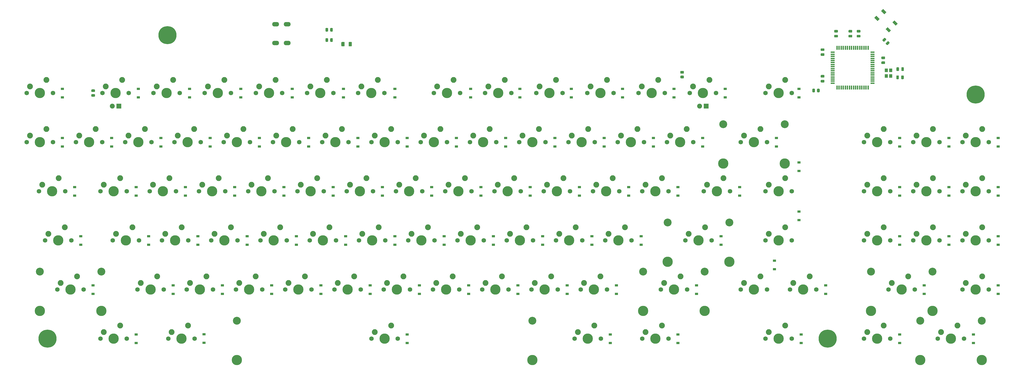
<source format=gbs>
G04 #@! TF.GenerationSoftware,KiCad,Pcbnew,5.1.9*
G04 #@! TF.CreationDate,2021-03-26T15:39:31-04:00*
G04 #@! TF.ProjectId,EKS-1k,454b532d-316b-42e6-9b69-6361645f7063,rev?*
G04 #@! TF.SameCoordinates,Original*
G04 #@! TF.FileFunction,Soldermask,Bot*
G04 #@! TF.FilePolarity,Negative*
%FSLAX46Y46*%
G04 Gerber Fmt 4.6, Leading zero omitted, Abs format (unit mm)*
G04 Created by KiCad (PCBNEW 5.1.9) date 2021-03-26 15:39:31*
%MOMM*%
%LPD*%
G01*
G04 APERTURE LIST*
%ADD10O,2.700000X1.700000*%
%ADD11C,7.000000*%
%ADD12C,1.750000*%
%ADD13R,1.905000X1.905000*%
%ADD14C,1.905000*%
%ADD15C,2.250000*%
%ADD16C,3.987800*%
%ADD17R,1.200000X1.400000*%
%ADD18R,0.550000X1.500000*%
%ADD19R,1.500000X0.550000*%
%ADD20C,0.100000*%
%ADD21C,3.048000*%
%ADD22R,1.200000X0.900000*%
G04 APERTURE END LIST*
D10*
G04 #@! TO.C,J1*
X102700000Y-7387500D03*
X102700000Y-14687500D03*
X107200000Y-14687500D03*
X107200000Y-7387500D03*
G04 #@! TD*
D11*
G04 #@! TO.C,REF4*
X316250000Y-129300000D03*
G04 #@! TD*
G04 #@! TO.C,REF2*
X373450000Y-34600000D03*
G04 #@! TD*
G04 #@! TO.C,REF3*
X14500000Y-129300000D03*
G04 #@! TD*
G04 #@! TO.C,REF1*
X60900000Y-11600000D03*
G04 #@! TD*
G04 #@! TO.C,C8*
G36*
G01*
X328681250Y-10587500D02*
X327731250Y-10587500D01*
G75*
G02*
X327481250Y-10337500I0J250000D01*
G01*
X327481250Y-9837500D01*
G75*
G02*
X327731250Y-9587500I250000J0D01*
G01*
X328681250Y-9587500D01*
G75*
G02*
X328931250Y-9837500I0J-250000D01*
G01*
X328931250Y-10337500D01*
G75*
G02*
X328681250Y-10587500I-250000J0D01*
G01*
G37*
G36*
G01*
X328681250Y-12487500D02*
X327731250Y-12487500D01*
G75*
G02*
X327481250Y-12237500I0J250000D01*
G01*
X327481250Y-11737500D01*
G75*
G02*
X327731250Y-11487500I250000J0D01*
G01*
X328681250Y-11487500D01*
G75*
G02*
X328931250Y-11737500I0J-250000D01*
G01*
X328931250Y-12237500D01*
G75*
G02*
X328681250Y-12487500I-250000J0D01*
G01*
G37*
G04 #@! TD*
D12*
G04 #@! TO.C,MX12*
X45878900Y-34056250D03*
X35718900Y-34056250D03*
D13*
X42068900Y-39136250D03*
D14*
X39528900Y-39136250D03*
D15*
X36988900Y-31516250D03*
D16*
X40798900Y-34056250D03*
D15*
X43338900Y-28976250D03*
G04 #@! TD*
G04 #@! TO.C,MX1*
X14040000Y-28976250D03*
D16*
X11500000Y-34056250D03*
D15*
X7690000Y-31516250D03*
D12*
X6420000Y-34056250D03*
X16580000Y-34056250D03*
G04 #@! TD*
D17*
G04 #@! TO.C,Y1*
X340638485Y-27472750D03*
X340638485Y-25272750D03*
X338938485Y-25272750D03*
X338938485Y-27472750D03*
G04 #@! TD*
G04 #@! TO.C,R4*
G36*
G01*
X312128000Y-33522002D02*
X312128000Y-32621998D01*
G75*
G02*
X312377998Y-32372000I249998J0D01*
G01*
X312903002Y-32372000D01*
G75*
G02*
X313153000Y-32621998I0J-249998D01*
G01*
X313153000Y-33522002D01*
G75*
G02*
X312903002Y-33772000I-249998J0D01*
G01*
X312377998Y-33772000D01*
G75*
G02*
X312128000Y-33522002I0J249998D01*
G01*
G37*
G36*
G01*
X310303000Y-33522002D02*
X310303000Y-32621998D01*
G75*
G02*
X310552998Y-32372000I249998J0D01*
G01*
X311078002Y-32372000D01*
G75*
G02*
X311328000Y-32621998I0J-249998D01*
G01*
X311328000Y-33522002D01*
G75*
G02*
X311078002Y-33772000I-249998J0D01*
G01*
X310552998Y-33772000D01*
G75*
G02*
X310303000Y-33522002I0J249998D01*
G01*
G37*
G04 #@! TD*
G04 #@! TO.C,C7*
G36*
G01*
X337256250Y-21806250D02*
X338206250Y-21806250D01*
G75*
G02*
X338456250Y-22056250I0J-250000D01*
G01*
X338456250Y-22556250D01*
G75*
G02*
X338206250Y-22806250I-250000J0D01*
G01*
X337256250Y-22806250D01*
G75*
G02*
X337006250Y-22556250I0J250000D01*
G01*
X337006250Y-22056250D01*
G75*
G02*
X337256250Y-21806250I250000J0D01*
G01*
G37*
G36*
G01*
X337256250Y-19906250D02*
X338206250Y-19906250D01*
G75*
G02*
X338456250Y-20156250I0J-250000D01*
G01*
X338456250Y-20656250D01*
G75*
G02*
X338206250Y-20906250I-250000J0D01*
G01*
X337256250Y-20906250D01*
G75*
G02*
X337006250Y-20656250I0J250000D01*
G01*
X337006250Y-20156250D01*
G75*
G02*
X337256250Y-19906250I250000J0D01*
G01*
G37*
G04 #@! TD*
G04 #@! TO.C,C6*
G36*
G01*
X313793000Y-18631250D02*
X314743000Y-18631250D01*
G75*
G02*
X314993000Y-18881250I0J-250000D01*
G01*
X314993000Y-19381250D01*
G75*
G02*
X314743000Y-19631250I-250000J0D01*
G01*
X313793000Y-19631250D01*
G75*
G02*
X313543000Y-19381250I0J250000D01*
G01*
X313543000Y-18881250D01*
G75*
G02*
X313793000Y-18631250I250000J0D01*
G01*
G37*
G36*
G01*
X313793000Y-16731250D02*
X314743000Y-16731250D01*
G75*
G02*
X314993000Y-16981250I0J-250000D01*
G01*
X314993000Y-17481250D01*
G75*
G02*
X314743000Y-17731250I-250000J0D01*
G01*
X313793000Y-17731250D01*
G75*
G02*
X313543000Y-17481250I0J250000D01*
G01*
X313543000Y-16981250D01*
G75*
G02*
X313793000Y-16731250I250000J0D01*
G01*
G37*
G04 #@! TD*
G04 #@! TO.C,C5*
G36*
G01*
X314743000Y-28050000D02*
X313793000Y-28050000D01*
G75*
G02*
X313543000Y-27800000I0J250000D01*
G01*
X313543000Y-27300000D01*
G75*
G02*
X313793000Y-27050000I250000J0D01*
G01*
X314743000Y-27050000D01*
G75*
G02*
X314993000Y-27300000I0J-250000D01*
G01*
X314993000Y-27800000D01*
G75*
G02*
X314743000Y-28050000I-250000J0D01*
G01*
G37*
G36*
G01*
X314743000Y-29950000D02*
X313793000Y-29950000D01*
G75*
G02*
X313543000Y-29700000I0J250000D01*
G01*
X313543000Y-29200000D01*
G75*
G02*
X313793000Y-28950000I250000J0D01*
G01*
X314743000Y-28950000D01*
G75*
G02*
X314993000Y-29200000I0J-250000D01*
G01*
X314993000Y-29700000D01*
G75*
G02*
X314743000Y-29950000I-250000J0D01*
G01*
G37*
G04 #@! TD*
G04 #@! TO.C,C4*
G36*
G01*
X319000000Y-11487500D02*
X319950000Y-11487500D01*
G75*
G02*
X320200000Y-11737500I0J-250000D01*
G01*
X320200000Y-12237500D01*
G75*
G02*
X319950000Y-12487500I-250000J0D01*
G01*
X319000000Y-12487500D01*
G75*
G02*
X318750000Y-12237500I0J250000D01*
G01*
X318750000Y-11737500D01*
G75*
G02*
X319000000Y-11487500I250000J0D01*
G01*
G37*
G36*
G01*
X319000000Y-9587500D02*
X319950000Y-9587500D01*
G75*
G02*
X320200000Y-9837500I0J-250000D01*
G01*
X320200000Y-10337500D01*
G75*
G02*
X319950000Y-10587500I-250000J0D01*
G01*
X319000000Y-10587500D01*
G75*
G02*
X318750000Y-10337500I0J250000D01*
G01*
X318750000Y-9837500D01*
G75*
G02*
X319000000Y-9587500I250000J0D01*
G01*
G37*
G04 #@! TD*
G04 #@! TO.C,C3*
G36*
G01*
X325506250Y-10587500D02*
X324556250Y-10587500D01*
G75*
G02*
X324306250Y-10337500I0J250000D01*
G01*
X324306250Y-9837500D01*
G75*
G02*
X324556250Y-9587500I250000J0D01*
G01*
X325506250Y-9587500D01*
G75*
G02*
X325756250Y-9837500I0J-250000D01*
G01*
X325756250Y-10337500D01*
G75*
G02*
X325506250Y-10587500I-250000J0D01*
G01*
G37*
G36*
G01*
X325506250Y-12487500D02*
X324556250Y-12487500D01*
G75*
G02*
X324306250Y-12237500I0J250000D01*
G01*
X324306250Y-11737500D01*
G75*
G02*
X324556250Y-11487500I250000J0D01*
G01*
X325506250Y-11487500D01*
G75*
G02*
X325756250Y-11737500I0J-250000D01*
G01*
X325756250Y-12237500D01*
G75*
G02*
X325506250Y-12487500I-250000J0D01*
G01*
G37*
G04 #@! TD*
G04 #@! TO.C,C2*
G36*
G01*
X344728613Y-25260250D02*
X344728613Y-24310250D01*
G75*
G02*
X344978613Y-24060250I250000J0D01*
G01*
X345478613Y-24060250D01*
G75*
G02*
X345728613Y-24310250I0J-250000D01*
G01*
X345728613Y-25260250D01*
G75*
G02*
X345478613Y-25510250I-250000J0D01*
G01*
X344978613Y-25510250D01*
G75*
G02*
X344728613Y-25260250I0J250000D01*
G01*
G37*
G36*
G01*
X342828613Y-25260250D02*
X342828613Y-24310250D01*
G75*
G02*
X343078613Y-24060250I250000J0D01*
G01*
X343578613Y-24060250D01*
G75*
G02*
X343828613Y-24310250I0J-250000D01*
G01*
X343828613Y-25260250D01*
G75*
G02*
X343578613Y-25510250I-250000J0D01*
G01*
X343078613Y-25510250D01*
G75*
G02*
X342828613Y-25260250I0J250000D01*
G01*
G37*
G04 #@! TD*
G04 #@! TO.C,C1*
G36*
G01*
X344690000Y-28435250D02*
X344690000Y-27485250D01*
G75*
G02*
X344940000Y-27235250I250000J0D01*
G01*
X345440000Y-27235250D01*
G75*
G02*
X345690000Y-27485250I0J-250000D01*
G01*
X345690000Y-28435250D01*
G75*
G02*
X345440000Y-28685250I-250000J0D01*
G01*
X344940000Y-28685250D01*
G75*
G02*
X344690000Y-28435250I0J250000D01*
G01*
G37*
G36*
G01*
X342790000Y-28435250D02*
X342790000Y-27485250D01*
G75*
G02*
X343040000Y-27235250I250000J0D01*
G01*
X343540000Y-27235250D01*
G75*
G02*
X343790000Y-27485250I0J-250000D01*
G01*
X343790000Y-28435250D01*
G75*
G02*
X343540000Y-28685250I-250000J0D01*
G01*
X343040000Y-28685250D01*
G75*
G02*
X342790000Y-28435250I0J250000D01*
G01*
G37*
G04 #@! TD*
D18*
G04 #@! TO.C,U1*
X319872585Y-16529288D03*
X320672585Y-16529288D03*
X321472585Y-16529288D03*
X322272585Y-16529288D03*
X323072585Y-16529288D03*
X323872585Y-16529288D03*
X324672585Y-16529288D03*
X325472585Y-16529288D03*
X326272585Y-16529288D03*
X327072585Y-16529288D03*
X327872585Y-16529288D03*
X328672585Y-16529288D03*
X329472585Y-16529288D03*
X330272585Y-16529288D03*
X331072585Y-16529288D03*
X331872585Y-16529288D03*
D19*
X333572585Y-18229288D03*
X333572585Y-19029288D03*
X333572585Y-19829288D03*
X333572585Y-20629288D03*
X333572585Y-21429288D03*
X333572585Y-22229288D03*
X333572585Y-23029288D03*
X333572585Y-23829288D03*
X333572585Y-24629288D03*
X333572585Y-25429288D03*
X333572585Y-26229288D03*
X333572585Y-27029288D03*
X333572585Y-27829288D03*
X333572585Y-28629288D03*
X333572585Y-29429288D03*
X333572585Y-30229288D03*
D18*
X331872585Y-31929288D03*
X331072585Y-31929288D03*
X330272585Y-31929288D03*
X329472585Y-31929288D03*
X328672585Y-31929288D03*
X327872585Y-31929288D03*
X327072585Y-31929288D03*
X326272585Y-31929288D03*
X325472585Y-31929288D03*
X324672585Y-31929288D03*
X323872585Y-31929288D03*
X323072585Y-31929288D03*
X322272585Y-31929288D03*
X321472585Y-31929288D03*
X320672585Y-31929288D03*
X319872585Y-31929288D03*
D19*
X318172585Y-30229288D03*
X318172585Y-29429288D03*
X318172585Y-28629288D03*
X318172585Y-27829288D03*
X318172585Y-27029288D03*
X318172585Y-26229288D03*
X318172585Y-25429288D03*
X318172585Y-24629288D03*
X318172585Y-23829288D03*
X318172585Y-23029288D03*
X318172585Y-22229288D03*
X318172585Y-21429288D03*
X318172585Y-20629288D03*
X318172585Y-19829288D03*
X318172585Y-19029288D03*
X318172585Y-18229288D03*
G04 #@! TD*
D20*
G04 #@! TO.C,SW1*
G36*
X341310874Y-6605396D02*
G01*
X342088692Y-5827578D01*
X343361484Y-7100370D01*
X342583666Y-7878188D01*
X341310874Y-6605396D01*
G37*
G36*
X334310516Y-4837630D02*
G01*
X335088334Y-4059812D01*
X336361126Y-5332604D01*
X335583308Y-6110422D01*
X334310516Y-4837630D01*
G37*
G36*
X338694578Y-9221692D02*
G01*
X339472396Y-8443874D01*
X340745188Y-9716666D01*
X339967370Y-10494484D01*
X338694578Y-9221692D01*
G37*
G36*
X336926812Y-2221334D02*
G01*
X337704630Y-1443516D01*
X338977422Y-2716308D01*
X338199604Y-3494126D01*
X336926812Y-2221334D01*
G37*
G04 #@! TD*
G04 #@! TO.C,R6*
G36*
G01*
X260393752Y-26512500D02*
X259493748Y-26512500D01*
G75*
G02*
X259243750Y-26262502I0J249998D01*
G01*
X259243750Y-25737498D01*
G75*
G02*
X259493748Y-25487500I249998J0D01*
G01*
X260393752Y-25487500D01*
G75*
G02*
X260643750Y-25737498I0J-249998D01*
G01*
X260643750Y-26262502D01*
G75*
G02*
X260393752Y-26512500I-249998J0D01*
G01*
G37*
G36*
G01*
X260393752Y-28337500D02*
X259493748Y-28337500D01*
G75*
G02*
X259243750Y-28087502I0J249998D01*
G01*
X259243750Y-27562498D01*
G75*
G02*
X259493748Y-27312500I249998J0D01*
G01*
X260393752Y-27312500D01*
G75*
G02*
X260643750Y-27562498I0J-249998D01*
G01*
X260643750Y-28087502D01*
G75*
G02*
X260393752Y-28337500I-249998J0D01*
G01*
G37*
G04 #@! TD*
G04 #@! TO.C,R5*
G36*
G01*
X32587502Y-33656250D02*
X31687498Y-33656250D01*
G75*
G02*
X31437500Y-33406252I0J249998D01*
G01*
X31437500Y-32881248D01*
G75*
G02*
X31687498Y-32631250I249998J0D01*
G01*
X32587502Y-32631250D01*
G75*
G02*
X32837500Y-32881248I0J-249998D01*
G01*
X32837500Y-33406252D01*
G75*
G02*
X32587502Y-33656250I-249998J0D01*
G01*
G37*
G36*
G01*
X32587502Y-35481250D02*
X31687498Y-35481250D01*
G75*
G02*
X31437500Y-35231252I0J249998D01*
G01*
X31437500Y-34706248D01*
G75*
G02*
X31687498Y-34456250I249998J0D01*
G01*
X32587502Y-34456250D01*
G75*
G02*
X32837500Y-34706248I0J-249998D01*
G01*
X32837500Y-35231252D01*
G75*
G02*
X32587502Y-35481250I-249998J0D01*
G01*
G37*
G04 #@! TD*
G04 #@! TO.C,R2*
G36*
G01*
X123018750Y-13043748D02*
X123018750Y-13943752D01*
G75*
G02*
X122768752Y-14193750I-249998J0D01*
G01*
X122243748Y-14193750D01*
G75*
G02*
X121993750Y-13943752I0J249998D01*
G01*
X121993750Y-13043748D01*
G75*
G02*
X122243748Y-12793750I249998J0D01*
G01*
X122768752Y-12793750D01*
G75*
G02*
X123018750Y-13043748I0J-249998D01*
G01*
G37*
G36*
G01*
X124843750Y-13043748D02*
X124843750Y-13943752D01*
G75*
G02*
X124593752Y-14193750I-249998J0D01*
G01*
X124068748Y-14193750D01*
G75*
G02*
X123818750Y-13943752I0J249998D01*
G01*
X123818750Y-13043748D01*
G75*
G02*
X124068748Y-12793750I249998J0D01*
G01*
X124593752Y-12793750D01*
G75*
G02*
X124843750Y-13043748I0J-249998D01*
G01*
G37*
G04 #@! TD*
G04 #@! TO.C,R3*
G36*
G01*
X123018750Y-9074998D02*
X123018750Y-9975002D01*
G75*
G02*
X122768752Y-10225000I-249998J0D01*
G01*
X122243748Y-10225000D01*
G75*
G02*
X121993750Y-9975002I0J249998D01*
G01*
X121993750Y-9074998D01*
G75*
G02*
X122243748Y-8825000I249998J0D01*
G01*
X122768752Y-8825000D01*
G75*
G02*
X123018750Y-9074998I0J-249998D01*
G01*
G37*
G36*
G01*
X124843750Y-9074998D02*
X124843750Y-9975002D01*
G75*
G02*
X124593752Y-10225000I-249998J0D01*
G01*
X124068748Y-10225000D01*
G75*
G02*
X123818750Y-9975002I0J249998D01*
G01*
X123818750Y-9074998D01*
G75*
G02*
X124068748Y-8825000I249998J0D01*
G01*
X124593752Y-8825000D01*
G75*
G02*
X124843750Y-9074998I0J-249998D01*
G01*
G37*
G04 #@! TD*
G04 #@! TO.C,R1*
G36*
G01*
X340130591Y-14744192D02*
X339494192Y-15380591D01*
G75*
G02*
X339140642Y-15380591I-176775J176775D01*
G01*
X338769409Y-15009358D01*
G75*
G02*
X338769409Y-14655808I176775J176775D01*
G01*
X339405808Y-14019409D01*
G75*
G02*
X339759358Y-14019409I176775J-176775D01*
G01*
X340130591Y-14390642D01*
G75*
G02*
X340130591Y-14744192I-176775J-176775D01*
G01*
G37*
G36*
G01*
X338840121Y-13453722D02*
X338203722Y-14090121D01*
G75*
G02*
X337850172Y-14090121I-176775J176775D01*
G01*
X337478939Y-13718888D01*
G75*
G02*
X337478939Y-13365338I176775J176775D01*
G01*
X338115338Y-12728939D01*
G75*
G02*
X338468888Y-12728939I176775J-176775D01*
G01*
X338840121Y-13100172D01*
G75*
G02*
X338840121Y-13453722I-176775J-176775D01*
G01*
G37*
G04 #@! TD*
D15*
G04 #@! TO.C,MX91*
X366465000Y-124226250D03*
D16*
X363925000Y-129306250D03*
D15*
X360115000Y-126766250D03*
D12*
X358845000Y-129306250D03*
X369005000Y-129306250D03*
D21*
X352018750Y-122321250D03*
X375831250Y-122321250D03*
D16*
X352018750Y-137561250D03*
X375831250Y-137561250D03*
G04 #@! TD*
D15*
G04 #@! TO.C,MX90*
X375990000Y-105176250D03*
D16*
X373450000Y-110256250D03*
D15*
X369640000Y-107716250D03*
D12*
X368370000Y-110256250D03*
X378530000Y-110256250D03*
G04 #@! TD*
D15*
G04 #@! TO.C,MX89*
X375990000Y-86126250D03*
D16*
X373450000Y-91206250D03*
D15*
X369640000Y-88666250D03*
D12*
X368370000Y-91206250D03*
X378530000Y-91206250D03*
G04 #@! TD*
D15*
G04 #@! TO.C,MX88*
X375990000Y-67076250D03*
D16*
X373450000Y-72156250D03*
D15*
X369640000Y-69616250D03*
D12*
X368370000Y-72156250D03*
X378530000Y-72156250D03*
G04 #@! TD*
D15*
G04 #@! TO.C,MX87*
X375990000Y-48026250D03*
D16*
X373450000Y-53106250D03*
D15*
X369640000Y-50566250D03*
D12*
X368370000Y-53106250D03*
X378530000Y-53106250D03*
G04 #@! TD*
D15*
G04 #@! TO.C,MX86*
X356940000Y-86126250D03*
D16*
X354400000Y-91206250D03*
D15*
X350590000Y-88666250D03*
D12*
X349320000Y-91206250D03*
X359480000Y-91206250D03*
G04 #@! TD*
D15*
G04 #@! TO.C,MX85*
X356940000Y-67076250D03*
D16*
X354400000Y-72156250D03*
D15*
X350590000Y-69616250D03*
D12*
X349320000Y-72156250D03*
X359480000Y-72156250D03*
G04 #@! TD*
D15*
G04 #@! TO.C,MX84*
X356940000Y-48026250D03*
D16*
X354400000Y-53106250D03*
D15*
X350590000Y-50566250D03*
D12*
X349320000Y-53106250D03*
X359480000Y-53106250D03*
G04 #@! TD*
D15*
G04 #@! TO.C,MX83*
X337890000Y-124226250D03*
D16*
X335350000Y-129306250D03*
D15*
X331540000Y-126766250D03*
D12*
X330270000Y-129306250D03*
X340430000Y-129306250D03*
G04 #@! TD*
D15*
G04 #@! TO.C,MX82*
X347415000Y-105176250D03*
D16*
X344875000Y-110256250D03*
D15*
X341065000Y-107716250D03*
D12*
X339795000Y-110256250D03*
X349955000Y-110256250D03*
D21*
X332968750Y-103271250D03*
X356781250Y-103271250D03*
D16*
X332968750Y-118511250D03*
X356781250Y-118511250D03*
G04 #@! TD*
D15*
G04 #@! TO.C,MX81*
X337890000Y-86126250D03*
D16*
X335350000Y-91206250D03*
D15*
X331540000Y-88666250D03*
D12*
X330270000Y-91206250D03*
X340430000Y-91206250D03*
G04 #@! TD*
D15*
G04 #@! TO.C,MX80*
X337890000Y-67076250D03*
D16*
X335350000Y-72156250D03*
D15*
X331540000Y-69616250D03*
D12*
X330270000Y-72156250D03*
X340430000Y-72156250D03*
G04 #@! TD*
D15*
G04 #@! TO.C,MX79*
X337890000Y-48026250D03*
D16*
X335350000Y-53106250D03*
D15*
X331540000Y-50566250D03*
D12*
X330270000Y-53106250D03*
X340430000Y-53106250D03*
G04 #@! TD*
D15*
G04 #@! TO.C,MX78*
X299790000Y-124226250D03*
D16*
X297250000Y-129306250D03*
D15*
X293440000Y-126766250D03*
D12*
X292170000Y-129306250D03*
X302330000Y-129306250D03*
G04 #@! TD*
D15*
G04 #@! TO.C,MX77*
X309315000Y-105176250D03*
D16*
X306775000Y-110256250D03*
D15*
X302965000Y-107716250D03*
D12*
X301695000Y-110256250D03*
X311855000Y-110256250D03*
G04 #@! TD*
D15*
G04 #@! TO.C,MX76*
X299790000Y-86126250D03*
D16*
X297250000Y-91206250D03*
D15*
X293440000Y-88666250D03*
D12*
X292170000Y-91206250D03*
X302330000Y-91206250D03*
G04 #@! TD*
D15*
G04 #@! TO.C,MX75*
X299790000Y-67076250D03*
D16*
X297250000Y-72156250D03*
D15*
X293440000Y-69616250D03*
D12*
X292170000Y-72156250D03*
X302330000Y-72156250D03*
G04 #@! TD*
D15*
G04 #@! TO.C,MX74*
X290265000Y-48026250D03*
D16*
X287725000Y-53106250D03*
D15*
X283915000Y-50566250D03*
D12*
X282645000Y-53106250D03*
X292805000Y-53106250D03*
D21*
X275818750Y-46121250D03*
X299631250Y-46121250D03*
D16*
X275818750Y-61361250D03*
X299631250Y-61361250D03*
G04 #@! TD*
D15*
G04 #@! TO.C,MX73*
X299790000Y-28976250D03*
D16*
X297250000Y-34056250D03*
D15*
X293440000Y-31516250D03*
D12*
X292170000Y-34056250D03*
X302330000Y-34056250D03*
G04 #@! TD*
D15*
G04 #@! TO.C,MX72*
X290265000Y-105176250D03*
D16*
X287725000Y-110256250D03*
D15*
X283915000Y-107716250D03*
D12*
X282645000Y-110256250D03*
X292805000Y-110256250D03*
G04 #@! TD*
D15*
G04 #@! TO.C,MX71*
X268833750Y-86126250D03*
D16*
X266293750Y-91206250D03*
D15*
X262483750Y-88666250D03*
D12*
X261213750Y-91206250D03*
X271373750Y-91206250D03*
D21*
X254387500Y-84221250D03*
X278200000Y-84221250D03*
D16*
X254387500Y-99461250D03*
X278200000Y-99461250D03*
G04 #@! TD*
D15*
G04 #@! TO.C,MX70*
X275977500Y-67076250D03*
D16*
X273437500Y-72156250D03*
D15*
X269627500Y-69616250D03*
D12*
X268357500Y-72156250D03*
X278517500Y-72156250D03*
G04 #@! TD*
D15*
G04 #@! TO.C,MX69*
X261690000Y-48026250D03*
D16*
X259150000Y-53106250D03*
D15*
X255340000Y-50566250D03*
D12*
X254070000Y-53106250D03*
X264230000Y-53106250D03*
G04 #@! TD*
G04 #@! TO.C,MX68*
X273031100Y-34056250D03*
X262871100Y-34056250D03*
D13*
X269221100Y-39136250D03*
D14*
X266681100Y-39136250D03*
D15*
X264141100Y-31516250D03*
D16*
X267951100Y-34056250D03*
D15*
X270491100Y-28976250D03*
G04 #@! TD*
G04 #@! TO.C,MX67*
X259308750Y-105176250D03*
D16*
X256768750Y-110256250D03*
D15*
X252958750Y-107716250D03*
D12*
X251688750Y-110256250D03*
X261848750Y-110256250D03*
D21*
X244862500Y-103271250D03*
X268675000Y-103271250D03*
D16*
X244862500Y-118511250D03*
X268675000Y-118511250D03*
G04 #@! TD*
D15*
G04 #@! TO.C,MX66*
X252165000Y-67076250D03*
D16*
X249625000Y-72156250D03*
D15*
X245815000Y-69616250D03*
D12*
X244545000Y-72156250D03*
X254705000Y-72156250D03*
G04 #@! TD*
D15*
G04 #@! TO.C,MX65*
X242640000Y-48026250D03*
D16*
X240100000Y-53106250D03*
D15*
X236290000Y-50566250D03*
D12*
X235020000Y-53106250D03*
X245180000Y-53106250D03*
G04 #@! TD*
D15*
G04 #@! TO.C,MX64*
X250705770Y-28976250D03*
D16*
X248165770Y-34056250D03*
D15*
X244355770Y-31516250D03*
D12*
X243085770Y-34056250D03*
X253245770Y-34056250D03*
G04 #@! TD*
D15*
G04 #@! TO.C,MX63*
X252165000Y-124226250D03*
D16*
X249625000Y-129306250D03*
D15*
X245815000Y-126766250D03*
D12*
X244545000Y-129306250D03*
X254705000Y-129306250D03*
G04 #@! TD*
D15*
G04 #@! TO.C,MX62*
X237877500Y-86126250D03*
D16*
X235337500Y-91206250D03*
D15*
X231527500Y-88666250D03*
D12*
X230257500Y-91206250D03*
X240417500Y-91206250D03*
G04 #@! TD*
D15*
G04 #@! TO.C,MX61*
X233115000Y-67076250D03*
D16*
X230575000Y-72156250D03*
D15*
X226765000Y-69616250D03*
D12*
X225495000Y-72156250D03*
X235655000Y-72156250D03*
G04 #@! TD*
D15*
G04 #@! TO.C,MX60*
X223590000Y-48026250D03*
D16*
X221050000Y-53106250D03*
D15*
X217240000Y-50566250D03*
D12*
X215970000Y-53106250D03*
X226130000Y-53106250D03*
G04 #@! TD*
D15*
G04 #@! TO.C,MX59*
X230920440Y-28976250D03*
D16*
X228380440Y-34056250D03*
D15*
X224570440Y-31516250D03*
D12*
X223300440Y-34056250D03*
X233460440Y-34056250D03*
G04 #@! TD*
D15*
G04 #@! TO.C,MX58*
X225971250Y-124226250D03*
D16*
X223431250Y-129306250D03*
D15*
X219621250Y-126766250D03*
D12*
X218351250Y-129306250D03*
X228511250Y-129306250D03*
G04 #@! TD*
D15*
G04 #@! TO.C,MX57*
X228352500Y-105176250D03*
D16*
X225812500Y-110256250D03*
D15*
X222002500Y-107716250D03*
D12*
X220732500Y-110256250D03*
X230892500Y-110256250D03*
G04 #@! TD*
D15*
G04 #@! TO.C,MX56*
X218827500Y-86126250D03*
D16*
X216287500Y-91206250D03*
D15*
X212477500Y-88666250D03*
D12*
X211207500Y-91206250D03*
X221367500Y-91206250D03*
G04 #@! TD*
D15*
G04 #@! TO.C,MX55*
X214065000Y-67076250D03*
D16*
X211525000Y-72156250D03*
D15*
X207715000Y-69616250D03*
D12*
X206445000Y-72156250D03*
X216605000Y-72156250D03*
G04 #@! TD*
D15*
G04 #@! TO.C,MX54*
X204540000Y-48026250D03*
D16*
X202000000Y-53106250D03*
D15*
X198190000Y-50566250D03*
D12*
X196920000Y-53106250D03*
X207080000Y-53106250D03*
G04 #@! TD*
D15*
G04 #@! TO.C,MX53*
X211135110Y-28976250D03*
D16*
X208595110Y-34056250D03*
D15*
X204785110Y-31516250D03*
D12*
X203515110Y-34056250D03*
X213675110Y-34056250D03*
G04 #@! TD*
D15*
G04 #@! TO.C,MX52*
X209302500Y-105176250D03*
D16*
X206762500Y-110256250D03*
D15*
X202952500Y-107716250D03*
D12*
X201682500Y-110256250D03*
X211842500Y-110256250D03*
G04 #@! TD*
D15*
G04 #@! TO.C,MX51*
X199777500Y-86126250D03*
D16*
X197237500Y-91206250D03*
D15*
X193427500Y-88666250D03*
D12*
X192157500Y-91206250D03*
X202317500Y-91206250D03*
G04 #@! TD*
D15*
G04 #@! TO.C,MX50*
X195015000Y-67076250D03*
D16*
X192475000Y-72156250D03*
D15*
X188665000Y-69616250D03*
D12*
X187395000Y-72156250D03*
X197555000Y-72156250D03*
G04 #@! TD*
D15*
G04 #@! TO.C,MX49*
X185490000Y-48026250D03*
D16*
X182950000Y-53106250D03*
D15*
X179140000Y-50566250D03*
D12*
X177870000Y-53106250D03*
X188030000Y-53106250D03*
G04 #@! TD*
D15*
G04 #@! TO.C,MX48*
X191349780Y-28976250D03*
D16*
X188809780Y-34056250D03*
D15*
X184999780Y-31516250D03*
D12*
X183729780Y-34056250D03*
X193889780Y-34056250D03*
G04 #@! TD*
D15*
G04 #@! TO.C,MX47*
X190252500Y-105176250D03*
D16*
X187712500Y-110256250D03*
D15*
X183902500Y-107716250D03*
D12*
X182632500Y-110256250D03*
X192792500Y-110256250D03*
G04 #@! TD*
D15*
G04 #@! TO.C,MX46*
X180727500Y-86126250D03*
D16*
X178187500Y-91206250D03*
D15*
X174377500Y-88666250D03*
D12*
X173107500Y-91206250D03*
X183267500Y-91206250D03*
G04 #@! TD*
D15*
G04 #@! TO.C,MX45*
X175965000Y-67076250D03*
D16*
X173425000Y-72156250D03*
D15*
X169615000Y-69616250D03*
D12*
X168345000Y-72156250D03*
X178505000Y-72156250D03*
G04 #@! TD*
D15*
G04 #@! TO.C,MX44*
X166440000Y-48026250D03*
D16*
X163900000Y-53106250D03*
D15*
X160090000Y-50566250D03*
D12*
X158820000Y-53106250D03*
X168980000Y-53106250D03*
G04 #@! TD*
D15*
G04 #@! TO.C,MX43*
X171564450Y-28976250D03*
D16*
X169024450Y-34056250D03*
D15*
X165214450Y-31516250D03*
D12*
X163944450Y-34056250D03*
X174104450Y-34056250D03*
G04 #@! TD*
D15*
G04 #@! TO.C,MX42*
X171202500Y-105176250D03*
D16*
X168662500Y-110256250D03*
D15*
X164852500Y-107716250D03*
D12*
X163582500Y-110256250D03*
X173742500Y-110256250D03*
G04 #@! TD*
D15*
G04 #@! TO.C,MX41*
X161677500Y-86126250D03*
D16*
X159137500Y-91206250D03*
D15*
X155327500Y-88666250D03*
D12*
X154057500Y-91206250D03*
X164217500Y-91206250D03*
G04 #@! TD*
D15*
G04 #@! TO.C,MX40*
X156915000Y-67076250D03*
D16*
X154375000Y-72156250D03*
D15*
X150565000Y-69616250D03*
D12*
X149295000Y-72156250D03*
X159455000Y-72156250D03*
G04 #@! TD*
D15*
G04 #@! TO.C,MX39*
X147390000Y-48026250D03*
D16*
X144850000Y-53106250D03*
D15*
X141040000Y-50566250D03*
D12*
X139770000Y-53106250D03*
X149930000Y-53106250D03*
G04 #@! TD*
D15*
G04 #@! TO.C,MX38*
X142265550Y-28976250D03*
D16*
X139725550Y-34056250D03*
D15*
X135915550Y-31516250D03*
D12*
X134645550Y-34056250D03*
X144805550Y-34056250D03*
G04 #@! TD*
D15*
G04 #@! TO.C,MX37*
X147390000Y-124226250D03*
D16*
X144850000Y-129306250D03*
D15*
X141040000Y-126766250D03*
D12*
X139770000Y-129306250D03*
X149930000Y-129306250D03*
D21*
X87700000Y-122321250D03*
X202000000Y-122321250D03*
D16*
X87700000Y-137561250D03*
X202000000Y-137561250D03*
G04 #@! TD*
D15*
G04 #@! TO.C,MX36*
X152152500Y-105176250D03*
D16*
X149612500Y-110256250D03*
D15*
X145802500Y-107716250D03*
D12*
X144532500Y-110256250D03*
X154692500Y-110256250D03*
G04 #@! TD*
D15*
G04 #@! TO.C,MX35*
X142627500Y-86126250D03*
D16*
X140087500Y-91206250D03*
D15*
X136277500Y-88666250D03*
D12*
X135007500Y-91206250D03*
X145167500Y-91206250D03*
G04 #@! TD*
D15*
G04 #@! TO.C,MX34*
X137865000Y-67076250D03*
D16*
X135325000Y-72156250D03*
D15*
X131515000Y-69616250D03*
D12*
X130245000Y-72156250D03*
X140405000Y-72156250D03*
G04 #@! TD*
D15*
G04 #@! TO.C,MX33*
X128340000Y-48026250D03*
D16*
X125800000Y-53106250D03*
D15*
X121990000Y-50566250D03*
D12*
X120720000Y-53106250D03*
X130880000Y-53106250D03*
G04 #@! TD*
D15*
G04 #@! TO.C,MX32*
X122480220Y-28976250D03*
D16*
X119940220Y-34056250D03*
D15*
X116130220Y-31516250D03*
D12*
X114860220Y-34056250D03*
X125020220Y-34056250D03*
G04 #@! TD*
D15*
G04 #@! TO.C,MX31*
X133102500Y-105176250D03*
D16*
X130562500Y-110256250D03*
D15*
X126752500Y-107716250D03*
D12*
X125482500Y-110256250D03*
X135642500Y-110256250D03*
G04 #@! TD*
D15*
G04 #@! TO.C,MX30*
X123577500Y-86126250D03*
D16*
X121037500Y-91206250D03*
D15*
X117227500Y-88666250D03*
D12*
X115957500Y-91206250D03*
X126117500Y-91206250D03*
G04 #@! TD*
D15*
G04 #@! TO.C,MX29*
X118815000Y-67076250D03*
D16*
X116275000Y-72156250D03*
D15*
X112465000Y-69616250D03*
D12*
X111195000Y-72156250D03*
X121355000Y-72156250D03*
G04 #@! TD*
D15*
G04 #@! TO.C,MX28*
X109290000Y-48026250D03*
D16*
X106750000Y-53106250D03*
D15*
X102940000Y-50566250D03*
D12*
X101670000Y-53106250D03*
X111830000Y-53106250D03*
G04 #@! TD*
D15*
G04 #@! TO.C,MX27*
X102694890Y-28976250D03*
D16*
X100154890Y-34056250D03*
D15*
X96344890Y-31516250D03*
D12*
X95074890Y-34056250D03*
X105234890Y-34056250D03*
G04 #@! TD*
D15*
G04 #@! TO.C,MX26*
X114052500Y-105176250D03*
D16*
X111512500Y-110256250D03*
D15*
X107702500Y-107716250D03*
D12*
X106432500Y-110256250D03*
X116592500Y-110256250D03*
G04 #@! TD*
D15*
G04 #@! TO.C,MX25*
X104527500Y-86126250D03*
D16*
X101987500Y-91206250D03*
D15*
X98177500Y-88666250D03*
D12*
X96907500Y-91206250D03*
X107067500Y-91206250D03*
G04 #@! TD*
D15*
G04 #@! TO.C,MX24*
X99765000Y-67076250D03*
D16*
X97225000Y-72156250D03*
D15*
X93415000Y-69616250D03*
D12*
X92145000Y-72156250D03*
X102305000Y-72156250D03*
G04 #@! TD*
D15*
G04 #@! TO.C,MX23*
X90240000Y-48026250D03*
D16*
X87700000Y-53106250D03*
D15*
X83890000Y-50566250D03*
D12*
X82620000Y-53106250D03*
X92780000Y-53106250D03*
G04 #@! TD*
D15*
G04 #@! TO.C,MX22*
X82909560Y-28976250D03*
D16*
X80369560Y-34056250D03*
D15*
X76559560Y-31516250D03*
D12*
X75289560Y-34056250D03*
X85449560Y-34056250D03*
G04 #@! TD*
D15*
G04 #@! TO.C,MX21*
X95002500Y-105176250D03*
D16*
X92462500Y-110256250D03*
D15*
X88652500Y-107716250D03*
D12*
X87382500Y-110256250D03*
X97542500Y-110256250D03*
G04 #@! TD*
D15*
G04 #@! TO.C,MX20*
X85477500Y-86126250D03*
D16*
X82937500Y-91206250D03*
D15*
X79127500Y-88666250D03*
D12*
X77857500Y-91206250D03*
X88017500Y-91206250D03*
G04 #@! TD*
D15*
G04 #@! TO.C,MX19*
X80715000Y-67076250D03*
D16*
X78175000Y-72156250D03*
D15*
X74365000Y-69616250D03*
D12*
X73095000Y-72156250D03*
X83255000Y-72156250D03*
G04 #@! TD*
D15*
G04 #@! TO.C,MX18*
X71190000Y-48026250D03*
D16*
X68650000Y-53106250D03*
D15*
X64840000Y-50566250D03*
D12*
X63570000Y-53106250D03*
X73730000Y-53106250D03*
G04 #@! TD*
D15*
G04 #@! TO.C,MX17*
X63124230Y-28976250D03*
D16*
X60584230Y-34056250D03*
D15*
X56774230Y-31516250D03*
D12*
X55504230Y-34056250D03*
X65664230Y-34056250D03*
G04 #@! TD*
D15*
G04 #@! TO.C,MX16*
X75952500Y-105176250D03*
D16*
X73412500Y-110256250D03*
D15*
X69602500Y-107716250D03*
D12*
X68332500Y-110256250D03*
X78492500Y-110256250D03*
G04 #@! TD*
D15*
G04 #@! TO.C,MX15*
X66427500Y-86126250D03*
D16*
X63887500Y-91206250D03*
D15*
X60077500Y-88666250D03*
D12*
X58807500Y-91206250D03*
X68967500Y-91206250D03*
G04 #@! TD*
D15*
G04 #@! TO.C,MX14*
X61665000Y-67076250D03*
D16*
X59125000Y-72156250D03*
D15*
X55315000Y-69616250D03*
D12*
X54045000Y-72156250D03*
X64205000Y-72156250D03*
G04 #@! TD*
D15*
G04 #@! TO.C,MX13*
X52140000Y-48026250D03*
D16*
X49600000Y-53106250D03*
D15*
X45790000Y-50566250D03*
D12*
X44520000Y-53106250D03*
X54680000Y-53106250D03*
G04 #@! TD*
D15*
G04 #@! TO.C,MX11*
X68808750Y-124226250D03*
D16*
X66268750Y-129306250D03*
D15*
X62458750Y-126766250D03*
D12*
X61188750Y-129306250D03*
X71348750Y-129306250D03*
G04 #@! TD*
D15*
G04 #@! TO.C,MX10*
X56902500Y-105176250D03*
D16*
X54362500Y-110256250D03*
D15*
X50552500Y-107716250D03*
D12*
X49282500Y-110256250D03*
X59442500Y-110256250D03*
G04 #@! TD*
D15*
G04 #@! TO.C,MX9*
X47377500Y-86126250D03*
D16*
X44837500Y-91206250D03*
D15*
X41027500Y-88666250D03*
D12*
X39757500Y-91206250D03*
X49917500Y-91206250D03*
G04 #@! TD*
D15*
G04 #@! TO.C,MX8*
X42615000Y-67076250D03*
D16*
X40075000Y-72156250D03*
D15*
X36265000Y-69616250D03*
D12*
X34995000Y-72156250D03*
X45155000Y-72156250D03*
G04 #@! TD*
D15*
G04 #@! TO.C,MX7*
X33090000Y-48026250D03*
D16*
X30550000Y-53106250D03*
D15*
X26740000Y-50566250D03*
D12*
X25470000Y-53106250D03*
X35630000Y-53106250D03*
G04 #@! TD*
D15*
G04 #@! TO.C,MX6*
X42615000Y-124226250D03*
D16*
X40075000Y-129306250D03*
D15*
X36265000Y-126766250D03*
D12*
X34995000Y-129306250D03*
X45155000Y-129306250D03*
G04 #@! TD*
D15*
G04 #@! TO.C,MX5*
X25946250Y-105176250D03*
D16*
X23406250Y-110256250D03*
D15*
X19596250Y-107716250D03*
D12*
X18326250Y-110256250D03*
X28486250Y-110256250D03*
D21*
X11500000Y-103271250D03*
X35312500Y-103271250D03*
D16*
X11500000Y-118511250D03*
X35312500Y-118511250D03*
G04 #@! TD*
D15*
G04 #@! TO.C,MX4*
X21183750Y-86126250D03*
D16*
X18643750Y-91206250D03*
D15*
X14833750Y-88666250D03*
D12*
X13563750Y-91206250D03*
X23723750Y-91206250D03*
G04 #@! TD*
D15*
G04 #@! TO.C,MX3*
X18802500Y-67076250D03*
D16*
X16262500Y-72156250D03*
D15*
X12452500Y-69616250D03*
D12*
X11182500Y-72156250D03*
X21342500Y-72156250D03*
G04 #@! TD*
D15*
G04 #@! TO.C,MX2*
X14040000Y-48026250D03*
D16*
X11500000Y-53106250D03*
D15*
X7690000Y-50566250D03*
D12*
X6420000Y-53106250D03*
X16580000Y-53106250D03*
G04 #@! TD*
G04 #@! TO.C,F1*
G36*
G01*
X129400000Y-14456250D02*
X129400000Y-15706250D01*
G75*
G02*
X129150000Y-15956250I-250000J0D01*
G01*
X128400000Y-15956250D01*
G75*
G02*
X128150000Y-15706250I0J250000D01*
G01*
X128150000Y-14456250D01*
G75*
G02*
X128400000Y-14206250I250000J0D01*
G01*
X129150000Y-14206250D01*
G75*
G02*
X129400000Y-14456250I0J-250000D01*
G01*
G37*
G36*
G01*
X132200000Y-14456250D02*
X132200000Y-15706250D01*
G75*
G02*
X131950000Y-15956250I-250000J0D01*
G01*
X131200000Y-15956250D01*
G75*
G02*
X130950000Y-15706250I0J250000D01*
G01*
X130950000Y-14456250D01*
G75*
G02*
X131200000Y-14206250I250000J0D01*
G01*
X131950000Y-14206250D01*
G75*
G02*
X132200000Y-14456250I0J-250000D01*
G01*
G37*
G04 #@! TD*
D22*
G04 #@! TO.C,D91*
X372656250Y-127656250D03*
X372656250Y-130956250D03*
G04 #@! TD*
G04 #@! TO.C,D90*
X382181250Y-108606250D03*
X382181250Y-111906250D03*
G04 #@! TD*
G04 #@! TO.C,D89*
X382181250Y-89556250D03*
X382181250Y-92856250D03*
G04 #@! TD*
G04 #@! TO.C,D88*
X382181250Y-70506250D03*
X382181250Y-73806250D03*
G04 #@! TD*
G04 #@! TO.C,D87*
X382181250Y-51456250D03*
X382181250Y-54756250D03*
G04 #@! TD*
G04 #@! TO.C,D86*
X363131250Y-89556250D03*
X363131250Y-92856250D03*
G04 #@! TD*
G04 #@! TO.C,D85*
X363131250Y-70506250D03*
X363131250Y-73806250D03*
G04 #@! TD*
G04 #@! TO.C,D84*
X363131250Y-51456250D03*
X363131250Y-54756250D03*
G04 #@! TD*
G04 #@! TO.C,D83*
X344081250Y-127656250D03*
X344081250Y-130956250D03*
G04 #@! TD*
G04 #@! TO.C,D82*
X353606250Y-108606250D03*
X353606250Y-111906250D03*
G04 #@! TD*
G04 #@! TO.C,D81*
X344081250Y-89556250D03*
X344081250Y-92856250D03*
G04 #@! TD*
G04 #@! TO.C,D80*
X344081250Y-70506250D03*
X344081250Y-73806250D03*
G04 #@! TD*
G04 #@! TO.C,D79*
X344081250Y-51456250D03*
X344081250Y-54756250D03*
G04 #@! TD*
G04 #@! TO.C,D78*
X305981250Y-127656250D03*
X305981250Y-130956250D03*
G04 #@! TD*
G04 #@! TO.C,D77*
X315506250Y-108606250D03*
X315506250Y-111906250D03*
G04 #@! TD*
G04 #@! TO.C,D76*
X305187500Y-83331250D03*
X305187500Y-80031250D03*
G04 #@! TD*
G04 #@! TO.C,D75*
X305187500Y-64281250D03*
X305187500Y-60981250D03*
G04 #@! TD*
G04 #@! TO.C,D74*
X296456250Y-51456250D03*
X296456250Y-54756250D03*
G04 #@! TD*
G04 #@! TO.C,D73*
X305187500Y-32406250D03*
X305187500Y-35706250D03*
G04 #@! TD*
G04 #@! TO.C,D72*
X295662500Y-102381250D03*
X295662500Y-99081250D03*
G04 #@! TD*
G04 #@! TO.C,D71*
X275025000Y-89556250D03*
X275025000Y-92856250D03*
G04 #@! TD*
G04 #@! TO.C,D70*
X282168750Y-70506250D03*
X282168750Y-73806250D03*
G04 #@! TD*
G04 #@! TO.C,D69*
X267881250Y-51456250D03*
X267881250Y-54756250D03*
G04 #@! TD*
G04 #@! TO.C,D68*
X276612500Y-32406250D03*
X276612500Y-35706250D03*
G04 #@! TD*
G04 #@! TO.C,D67*
X265500000Y-108606250D03*
X265500000Y-111906250D03*
G04 #@! TD*
G04 #@! TO.C,D66*
X258356250Y-70506250D03*
X258356250Y-73806250D03*
G04 #@! TD*
G04 #@! TO.C,D65*
X248831250Y-51456250D03*
X248831250Y-54756250D03*
G04 #@! TD*
G04 #@! TO.C,D64*
X256768750Y-32406250D03*
X256768750Y-35706250D03*
G04 #@! TD*
G04 #@! TO.C,D63*
X258356250Y-127656250D03*
X258356250Y-130956250D03*
G04 #@! TD*
G04 #@! TO.C,D62*
X244068750Y-89556250D03*
X244068750Y-92856250D03*
G04 #@! TD*
G04 #@! TO.C,D61*
X239306250Y-70506250D03*
X239306250Y-73806250D03*
G04 #@! TD*
G04 #@! TO.C,D60*
X229781250Y-51456250D03*
X229781250Y-54756250D03*
G04 #@! TD*
G04 #@! TO.C,D59*
X236925000Y-32406250D03*
X236925000Y-35706250D03*
G04 #@! TD*
G04 #@! TO.C,D58*
X232162500Y-127656250D03*
X232162500Y-130956250D03*
G04 #@! TD*
G04 #@! TO.C,D57*
X234543750Y-108606250D03*
X234543750Y-111906250D03*
G04 #@! TD*
G04 #@! TO.C,D56*
X225018750Y-89556250D03*
X225018750Y-92856250D03*
G04 #@! TD*
G04 #@! TO.C,D55*
X220256250Y-70506250D03*
X220256250Y-73806250D03*
G04 #@! TD*
G04 #@! TO.C,D54*
X210731250Y-51456250D03*
X210731250Y-54756250D03*
G04 #@! TD*
G04 #@! TO.C,D53*
X217081250Y-32406250D03*
X217081250Y-35706250D03*
G04 #@! TD*
G04 #@! TO.C,D52*
X215493750Y-108606250D03*
X215493750Y-111906250D03*
G04 #@! TD*
G04 #@! TO.C,D51*
X205968750Y-89556250D03*
X205968750Y-92856250D03*
G04 #@! TD*
G04 #@! TO.C,D50*
X201206250Y-70506250D03*
X201206250Y-73806250D03*
G04 #@! TD*
G04 #@! TO.C,D49*
X191681250Y-51456250D03*
X191681250Y-54756250D03*
G04 #@! TD*
G04 #@! TO.C,D48*
X197237500Y-32406250D03*
X197237500Y-35706250D03*
G04 #@! TD*
G04 #@! TO.C,D47*
X196443750Y-108606250D03*
X196443750Y-111906250D03*
G04 #@! TD*
G04 #@! TO.C,D46*
X186918750Y-89556250D03*
X186918750Y-92856250D03*
G04 #@! TD*
G04 #@! TO.C,D45*
X182156250Y-70506250D03*
X182156250Y-73806250D03*
G04 #@! TD*
G04 #@! TO.C,D44*
X172631250Y-51456250D03*
X172631250Y-54756250D03*
G04 #@! TD*
G04 #@! TO.C,D43*
X178187500Y-32406250D03*
X178187500Y-35706250D03*
G04 #@! TD*
G04 #@! TO.C,D42*
X177393750Y-108606250D03*
X177393750Y-111906250D03*
G04 #@! TD*
G04 #@! TO.C,D41*
X167868750Y-89556250D03*
X167868750Y-92856250D03*
G04 #@! TD*
G04 #@! TO.C,D40*
X163106250Y-70506250D03*
X163106250Y-73806250D03*
G04 #@! TD*
G04 #@! TO.C,D39*
X153581250Y-51456250D03*
X153581250Y-54756250D03*
G04 #@! TD*
G04 #@! TO.C,D38*
X148818750Y-32406250D03*
X148818750Y-35706250D03*
G04 #@! TD*
G04 #@! TO.C,D37*
X153581250Y-127656250D03*
X153581250Y-130956250D03*
G04 #@! TD*
G04 #@! TO.C,D36*
X158343750Y-108606250D03*
X158343750Y-111906250D03*
G04 #@! TD*
G04 #@! TO.C,D35*
X148818750Y-89556250D03*
X148818750Y-92856250D03*
G04 #@! TD*
G04 #@! TO.C,D34*
X144056250Y-70506250D03*
X144056250Y-73806250D03*
G04 #@! TD*
G04 #@! TO.C,D33*
X134531250Y-51456250D03*
X134531250Y-54756250D03*
G04 #@! TD*
G04 #@! TO.C,D32*
X128975000Y-32406250D03*
X128975000Y-35706250D03*
G04 #@! TD*
G04 #@! TO.C,D31*
X139293750Y-108606250D03*
X139293750Y-111906250D03*
G04 #@! TD*
G04 #@! TO.C,D30*
X129768750Y-89556250D03*
X129768750Y-92856250D03*
G04 #@! TD*
G04 #@! TO.C,D29*
X125006250Y-70506250D03*
X125006250Y-73806250D03*
G04 #@! TD*
G04 #@! TO.C,D28*
X115481250Y-51456250D03*
X115481250Y-54756250D03*
G04 #@! TD*
G04 #@! TO.C,D27*
X109131250Y-32406250D03*
X109131250Y-35706250D03*
G04 #@! TD*
G04 #@! TO.C,D26*
X120243750Y-108606250D03*
X120243750Y-111906250D03*
G04 #@! TD*
G04 #@! TO.C,D25*
X110718750Y-89556250D03*
X110718750Y-92856250D03*
G04 #@! TD*
G04 #@! TO.C,D24*
X105956250Y-70506250D03*
X105956250Y-73806250D03*
G04 #@! TD*
G04 #@! TO.C,D23*
X96431250Y-51456250D03*
X96431250Y-54756250D03*
G04 #@! TD*
G04 #@! TO.C,D22*
X89287500Y-32406250D03*
X89287500Y-35706250D03*
G04 #@! TD*
G04 #@! TO.C,D21*
X101193750Y-108606250D03*
X101193750Y-111906250D03*
G04 #@! TD*
G04 #@! TO.C,D20*
X91668750Y-89556250D03*
X91668750Y-92856250D03*
G04 #@! TD*
G04 #@! TO.C,D19*
X86906250Y-70506250D03*
X86906250Y-73806250D03*
G04 #@! TD*
G04 #@! TO.C,D18*
X77381250Y-51456250D03*
X77381250Y-54756250D03*
G04 #@! TD*
G04 #@! TO.C,D17*
X69443750Y-32406250D03*
X69443750Y-35706250D03*
G04 #@! TD*
G04 #@! TO.C,D16*
X82143750Y-108606250D03*
X82143750Y-111906250D03*
G04 #@! TD*
G04 #@! TO.C,D15*
X72618750Y-89556250D03*
X72618750Y-92856250D03*
G04 #@! TD*
G04 #@! TO.C,D14*
X67856250Y-70506250D03*
X67856250Y-73806250D03*
G04 #@! TD*
G04 #@! TO.C,D13*
X58331250Y-51456250D03*
X58331250Y-54756250D03*
G04 #@! TD*
G04 #@! TO.C,D12*
X49600000Y-32406250D03*
X49600000Y-35706250D03*
G04 #@! TD*
G04 #@! TO.C,D11*
X75000000Y-127561000D03*
X75000000Y-130861000D03*
G04 #@! TD*
G04 #@! TO.C,D10*
X63093750Y-108606250D03*
X63093750Y-111906250D03*
G04 #@! TD*
G04 #@! TO.C,D9*
X53568750Y-89556250D03*
X53568750Y-92856250D03*
G04 #@! TD*
G04 #@! TO.C,D8*
X48806250Y-70506250D03*
X48806250Y-73806250D03*
G04 #@! TD*
G04 #@! TO.C,D7*
X39281250Y-51456250D03*
X39281250Y-54756250D03*
G04 #@! TD*
G04 #@! TO.C,D6*
X48806250Y-127656250D03*
X48806250Y-130956250D03*
G04 #@! TD*
G04 #@! TO.C,D5*
X32137500Y-108606250D03*
X32137500Y-111906250D03*
G04 #@! TD*
G04 #@! TO.C,D4*
X27375000Y-89556250D03*
X27375000Y-92856250D03*
G04 #@! TD*
G04 #@! TO.C,D3*
X24993750Y-70506250D03*
X24993750Y-73806250D03*
G04 #@! TD*
G04 #@! TO.C,D2*
X20231250Y-51456250D03*
X20231250Y-54756250D03*
G04 #@! TD*
G04 #@! TO.C,D1*
X20231250Y-32406250D03*
X20231250Y-35706250D03*
G04 #@! TD*
M02*

</source>
